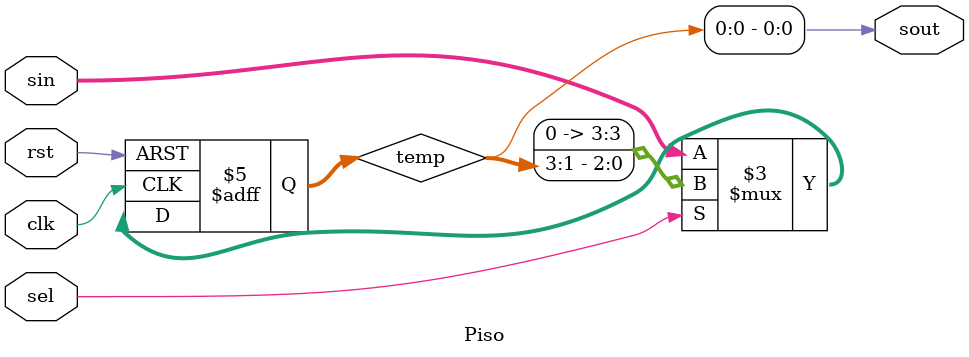
<source format=v>
module Piso(clk,rst,sin,sel,sout);
  input clk,rst,sel;
  input [3:0]sin;
  output sout;
  reg [3:0]temp;
  always@(posedge clk or posedge rst)
    begin
      if(rst)
        begin
          temp <=4'b0000;
        end
      else if(sel) // shift
        begin
          temp<={1'b0,temp[3:1]};
        end
      else
        temp<=sin; // load
    end
  assign sout =temp[0];
endmodule

</source>
